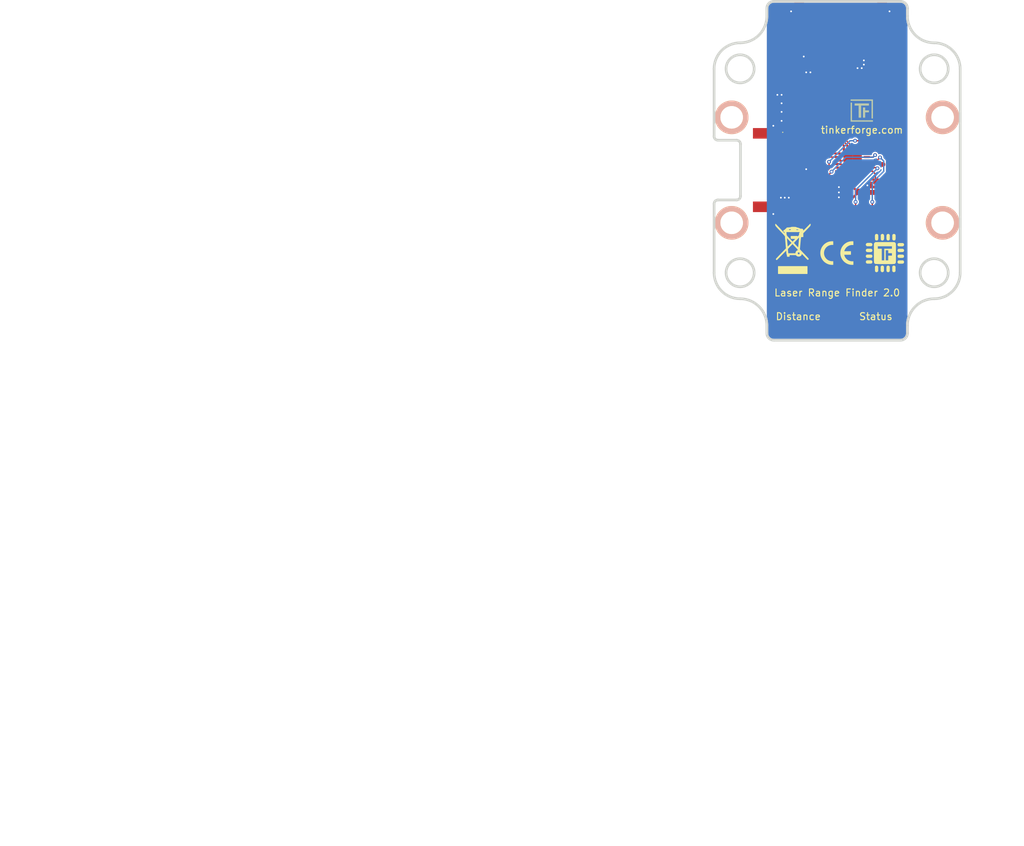
<source format=kicad_pcb>
(kicad_pcb (version 20211014) (generator pcbnew)
  (title_block (title "Laser Range Finder Bricklet") (date "2023-01-27") (rev "2.0") (company "Tinkerforge GmbH") (comment 1 "Licensed under CERN OHL v.1.1") (comment 2 "Copyright (©) 2023, T.Schneidermann <tim@tinkerforge.com>"))
  (layers (0 "F.Cu" jumper "Vorderseite") (31 "B.Cu" signal "Rückseite") (34 "B.Paste" user) (35 "F.Paste" user) (36 "B.SilkS" user "B.Silkscreen") (37 "F.SilkS" user "F.Silkscreen") (38 "B.Mask" user) (39 "F.Mask" user) (44 "Edge.Cuts" user))
  (net 0 "")
  (net 1 "GND")
  (net 2 "+5V")
  (net 3 "SCL")
  (net 4 "SDA")
  (net 5 "Net-(P1-Pad6)")
  (net 6 "ENABLE")
  (net 7 "Net-(C1-Pad1)")
  (net 8 "3V3")
  (net 9 "Net-(C6-Pad1)")
  (net 10 "Net-(P1-Pad4)")
  (net 11 "Net-(P1-Pad5)")
  (net 12 "Net-(P2-Pad1)")
  (net 13 "Net-(P3-Pad2)")
  (net 14 "S-MISO")
  (net 15 "S-MOSI")
  (net 16 "S-CLK")
  (net 17 "S-CS")
  (net 18 "Net-(RP2-Pad5)")
  (net 19 "Net-(RP2-Pad8)")
  (net 20 "Net-(D1-Pad2)")
  (net 21 "Net-(D2-Pad2)")
  (footprint "C0402E" (layer "F.Cu") (at 126.7 86 180)
    (fp_text reference "C1")
    (fp_text value "220pF")
    (pad "1" smd rect locked (at -0.65 0 180) (size 0.7 0.9) (layers "F.Cu" "F.Paste" "F.Mask") (net 7 "Net-(C1-Pad1)"))
    (pad "2" smd rect locked (at 0.65 0 180) (size 0.7 0.9) (layers "F.Cu" "F.Paste" "F.Mask") (net 1 "GND"))
  )
  (footprint "C0603F" (layer "F.Cu") (at 133 104.5 180)
    (fp_text reference "C4")
    (fp_text value "100nF")
    (pad "1" smd rect locked (at -0.75 0 180) (size 0.9 0.9) (layers "F.Cu" "F.Paste" "F.Mask") (net 8 "3V3"))
    (pad "2" smd rect locked (at 0.75 0 180) (size 0.9 0.9) (layers "F.Cu" "F.Paste" "F.Mask") (net 1 "GND"))
  )
  (footprint "C0603E" (layer "F.Cu") (at 122.6 89.1 -90)
    (fp_text reference "C5")
    (fp_text value "1µF")
    (pad "1" smd rect locked (at -0.8501 0 270) (size 1.1 1) (layers "F.Cu" "F.Paste" "F.Mask") (net 2 "+5V"))
    (pad "2" smd rect locked (at 0.8501 0 270) (size 1.1 1) (layers "F.Cu" "F.Paste" "F.Mask") (net 1 "GND"))
  )
  (footprint "C0603E" (layer "F.Cu") (at 126.7 89.1 90)
    (fp_text reference "C6")
    (fp_text value "1µF")
    (pad "1" smd rect locked (at -0.8501 0 90) (size 1.1 1) (layers "F.Cu" "F.Paste" "F.Mask") (net 9 "Net-(C6-Pad1)"))
    (pad "2" smd rect locked (at 0.8501 0 90) (size 1.1 1) (layers "F.Cu" "F.Paste" "F.Mask") (net 1 "GND"))
  )
  (footprint "kicad-libraries:3528-21" (layer "F.Cu") (at 125.3 93.1 180)
    (fp_text reference "C7")
    (fp_text value "100µF")
    (pad "1" smd rect locked (at -1.40048 0 180) (size 1.59954 2.79908) (layers "F.Cu" "F.Paste" "F.Mask") (net 9 "Net-(C6-Pad1)") (clearance 0.14986))
    (pad "2" smd rect locked (at 1.40048 0 180) (size 1.59954 2.79908) (layers "F.Cu" "F.Paste" "F.Mask") (net 1 "GND") (clearance 0.14986))
  )
  (footprint "D0603F" (layer "F.Cu") (at 136.3 123.8 180)
    (fp_text reference "D1")
    (fp_text value "BLUE")
    (pad "1" smd rect locked (at -0.75 0 180) (size 0.9 0.9) (layers "F.Cu" "F.Paste" "F.Mask") (net 8 "3V3"))
    (pad "2" smd rect locked (at 0.75 0 180) (size 0.9 0.9) (layers "F.Cu" "F.Paste" "F.Mask") (net 20 "Net-(D1-Pad2)"))
  )
  (footprint "CON-SENSOR2" (layer "F.Cu") (at 131.3 77.6 180)
    (fp_text reference "P1")
    (fp_text value "CON-SENSOR2")
    (pad "1" smd rect locked (at -3.75 -4.6 180) (size 0.6 1.8) (layers "F.Cu" "F.Paste" "F.Mask") (net 2 "+5V"))
    (pad "2" smd rect locked (at -2.5 -4.6 180) (size 0.6 1.8) (layers "F.Cu" "F.Paste" "F.Mask") (net 1 "GND"))
    (pad "3" smd rect locked (at -1.25 -4.6 180) (size 0.6 1.8) (layers "F.Cu" "F.Paste" "F.Mask") (net 8 "3V3"))
    (pad "4" smd rect locked (at 0 -4.6 180) (size 0.6 1.8) (layers "F.Cu" "F.Paste" "F.Mask") (net 10 "Net-(P1-Pad4)"))
    (pad "5" smd rect locked (at 1.25 -4.6 180) (size 0.6 1.8) (layers "F.Cu" "F.Paste" "F.Mask") (net 11 "Net-(P1-Pad5)"))
    (pad "6" smd rect locked (at 2.5 -4.6 180) (size 0.6 1.8) (layers "F.Cu" "F.Paste" "F.Mask") (net 5 "Net-(P1-Pad6)"))
    (pad "7" smd rect locked (at 3.75 -4.6 180) (size 0.6 1.8) (layers "F.Cu" "F.Paste" "F.Mask") (net 7 "Net-(C1-Pad1)"))
    (pad "EP" smd rect locked (at -5.9 -1.2 180) (size 1.4 2.4) (layers "F.Cu" "F.Paste" "F.Mask") (net 1 "GND"))
    (pad "EP" smd rect locked (at 5.9 -1.2 180) (size 1.4 2.4) (layers "F.Cu" "F.Paste" "F.Mask") (net 1 "GND"))
  )
  (footprint "DEBUG_PAD" (layer "F.Cu") (at 137.3 100.6 -90)
    (fp_text reference "P2")
    (fp_text value "DEBUG")
    (pad "1" smd circle locked (at 0 0 270) (size 0.7 0.7) (layers "F.Cu" "F.Paste" "F.Mask") (net 12 "Net-(P2-Pad1)"))
  )
  (footprint "SolderJumper" (layer "F.Cu") (at 136.2 103.3 90)
    (fp_text reference "P3")
    (fp_text value "BOOT")
    (pad "1" smd rect locked (at -0.225 0.55 90) (size 0.95 0.3) (layers "F.Cu" "F.Mask") (net 1 "GND"))
    (pad "1" smd rect locked (at -0.225 -0.55 90) (size 0.95 0.3) (layers "F.Cu" "F.Mask") (net 1 "GND"))
    (pad "1" smd rect locked (at -0.5 0 90) (size 0.4 1.4) (layers "F.Cu" "F.Mask") (net 1 "GND"))
    (pad "2" smd rect locked (at 0.55 0 90) (size 0.3 1.4) (layers "F.Cu" "F.Mask") (net 13 "Net-(P3-Pad2)"))
    (pad "2" smd rect locked (at 0.15 0 90) (size 0.6 0.5) (layers "F.Cu" "F.Mask") (net 13 "Net-(P3-Pad2)"))
  )
  (footprint "JST_GHR_6" (layer "F.Cu") (at 121.1 101.4 -90)
    (fp_text reference "P4")
    (fp_text value "JST_GHR_6")
    (pad "1" smd rect locked (at -3.125 -2.35 270) (size 0.6 1.85) (layers "F.Cu" "F.Paste" "F.Mask") (net 9 "Net-(C6-Pad1)"))
    (pad "2" smd rect locked (at -1.875 -2.35 270) (size 0.6 1.85) (layers "F.Cu" "F.Paste" "F.Mask") (net 6 "ENABLE"))
    (pad "3" smd rect locked (at -0.625 -2.35 270) (size 0.6 1.85) (layers "F.Cu" "F.Paste" "F.Mask"))
    (pad "4" smd rect locked (at 0.625 -2.35 270) (size 0.6 1.85) (layers "F.Cu" "F.Paste" "F.Mask") (net 3 "SCL"))
    (pad "5" smd rect locked (at 1.875 -2.35 270) (size 0.6 1.85) (layers "F.Cu" "F.Paste" "F.Mask") (net 4 "SDA"))
    (pad "6" smd rect locked (at 3.125 -2.35 270) (size 0.6 1.85) (layers "F.Cu" "F.Paste" "F.Mask") (net 1 "GND"))
    (pad "EP" smd rect locked (at 5.225 0.925 270) (size 1.5 2.7) (layers "F.Cu" "F.Paste" "F.Mask") (net 1 "GND"))
    (pad "EP" smd rect locked (at -5.225 0.925 270) (size 1.5 2.7) (layers "F.Cu" "F.Paste" "F.Mask") (net 1 "GND"))
  )
  (footprint "4X0603" (layer "F.Cu") (at 134.6 108.2 180)
    (fp_text reference "RP2")
    (fp_text value "1k")
    (pad "1" smd rect locked (at -1.19888 -0.8509 180) (size 0.44958 0.89916) (layers "F.Cu" "F.Paste" "F.Mask") (net 20 "Net-(D1-Pad2)"))
    (pad "2" smd rect locked (at -0.39878 -0.8509 180) (size 0.44958 0.89916) (layers "F.Cu" "F.Paste" "F.Mask"))
    (pad "3" smd rect locked (at 0.39878 -0.8509 180) (size 0.44958 0.89916) (layers "F.Cu" "F.Paste" "F.Mask"))
    (pad "4" smd rect locked (at 1.19888 -0.8509 180) (size 0.44958 0.89916) (layers "F.Cu" "F.Paste" "F.Mask") (net 21 "Net-(D2-Pad2)"))
    (pad "5" smd rect locked (at 1.19888 0.8509 180) (size 0.44958 0.89916) (layers "F.Cu" "F.Paste" "F.Mask") (net 18 "Net-(RP2-Pad5)"))
    (pad "6" smd rect locked (at 0.39878 0.8509 180) (size 0.44958 0.89916) (layers "F.Cu" "F.Paste" "F.Mask"))
    (pad "7" smd rect locked (at -0.39878 0.8509 180) (size 0.44958 0.89916) (layers "F.Cu" "F.Paste" "F.Mask"))
    (pad "8" smd rect locked (at -1.19888 0.8509 180) (size 0.44958 0.89916) (layers "F.Cu" "F.Paste" "F.Mask") (net 19 "Net-(RP2-Pad8)"))
  )
  (footprint "QFN24-4x4mm-0.5mm" (layer "F.Cu") (at 133 100.3)
    (fp_text reference "U1")
    (fp_text value "XMC1100")
    (pad "1" smd oval locked (at -2.025 -1.25) (size 1 0.3) (layers "F.Cu" "F.Paste" "F.Mask") (net 14 "S-MISO"))
    (pad "2" smd oval locked (at -2.025 -0.75) (size 1 0.3) (layers "F.Cu" "F.Paste" "F.Mask") (net 6 "ENABLE"))
    (pad "3" smd oval locked (at -2.025 -0.25) (size 1 0.3) (layers "F.Cu" "F.Paste" "F.Mask"))
    (pad "4" smd oval locked (at -2.025 0.25) (size 1 0.3) (layers "F.Cu" "F.Paste" "F.Mask"))
    (pad "5" smd oval locked (at -2.025 0.75) (size 1 0.3) (layers "F.Cu" "F.Paste" "F.Mask"))
    (pad "6" smd oval locked (at -2.025 1.25) (size 1 0.3) (layers "F.Cu" "F.Paste" "F.Mask"))
    (pad "7" smd oval locked (at -1.25 2.025 90) (size 1 0.3) (layers "F.Cu" "F.Paste" "F.Mask"))
    (pad "8" smd oval locked (at -0.75 2.025 90) (size 1 0.3) (layers "F.Cu" "F.Paste" "F.Mask"))
    (pad "9" smd oval locked (at -0.25 2.025 90) (size 1 0.3) (layers "F.Cu" "F.Paste" "F.Mask") (net 1 "GND"))
    (pad "10" smd oval locked (at 0.25 2.025 90) (size 1 0.3) (layers "F.Cu" "F.Paste" "F.Mask") (net 8 "3V3"))
    (pad "11" smd oval locked (at 0.75 2.025 90) (size 1 0.3) (layers "F.Cu" "F.Paste" "F.Mask"))
    (pad "12" smd oval locked (at 1.25 2.025 90) (size 1 0.3) (layers "F.Cu" "F.Paste" "F.Mask"))
    (pad "13" smd oval locked (at 2.025 1.25) (size 1 0.3) (layers "F.Cu" "F.Paste" "F.Mask") (net 13 "Net-(P3-Pad2)"))
    (pad "14" smd oval locked (at 2.025 0.75) (size 1 0.3) (layers "F.Cu" "F.Paste" "F.Mask") (net 18 "Net-(RP2-Pad5)"))
    (pad "15" smd oval locked (at 2.025 0.25) (size 1 0.3) (layers "F.Cu" "F.Paste" "F.Mask") (net 12 "Net-(P2-Pad1)"))
    (pad "16" smd oval locked (at 2.025 -0.25) (size 1 0.3) (layers "F.Cu" "F.Paste" "F.Mask") (net 19 "Net-(RP2-Pad8)"))
    (pad "17" smd oval locked (at 2.025 -0.75) (size 1 0.3) (layers "F.Cu" "F.Paste" "F.Mask") (net 4 "SDA"))
    (pad "18" smd oval locked (at 2.025 -1.25) (size 1 0.3) (layers "F.Cu" "F.Paste" "F.Mask"))
    (pad "19" smd oval locked (at 1.25 -2.025 90) (size 1 0.3) (layers "F.Cu" "F.Paste" "F.Mask") (net 3 "SCL"))
    (pad "20" smd oval locked (at 0.75 -2.025 90) (size 1 0.3) (layers "F.Cu" "F.Paste" "F.Mask"))
    (pad "21" smd oval locked (at 0.25 -2.025 90) (size 1 0.3) (layers "F.Cu" "F.Paste" "F.Mask"))
    (pad "22" smd oval locked (at -0.25 -2.025 90) (size 1 0.3) (layers "F.Cu" "F.Paste" "F.Mask") (net 17 "S-CS"))
    (pad "23" smd oval locked (at -0.75 -2.025 90) (size 1 0.3) (layers "F.Cu" "F.Paste" "F.Mask") (net 16 "S-CLK"))
    (pad "24" smd oval locked (at -1.25 -2.025 90) (size 1 0.3) (layers "F.Cu" "F.Paste" "F.Mask") (net 15 "S-MOSI"))
    (pad "EXP" smd rect locked (at -0.65 0.65) (size 1.3 1.3) (layers "F.Cu" "F.Paste" "F.Mask") (net 1 "GND"))
    (pad "EXP" smd rect locked (at 0.65 -0.65) (size 1.3 1.3) (layers "F.Cu" "F.Paste" "F.Mask") (net 1 "GND"))
    (pad "EXP" smd rect locked (at 0.65 0.65) (size 1.3 1.3) (layers "F.Cu" "F.Paste" "F.Mask") (net 1 "GND"))
    (pad "EXP" smd rect locked (at -0.65 -0.65) (size 1.3 1.3) (layers "F.Cu" "F.Paste" "F.Mask") (net 1 "GND"))
  )
  (footprint "D0603F" (layer "F.Cu") (at 125.3 123.8 180)
    (fp_text reference "D2")
    (fp_text value "GREEN")
    (pad "1" smd rect locked (at -0.75 0 180) (size 0.9 0.9) (layers "F.Cu" "F.Paste" "F.Mask") (net 8 "3V3"))
    (pad "2" smd rect locked (at 0.75 0 180) (size 0.9 0.9) (layers "F.Cu" "F.Paste" "F.Mask") (net 21 "Net-(D2-Pad2)"))
  )
  (footprint "4X0603" (layer "F.Cu") (at 128.1 105.2 90)
    (fp_text reference "RP3")
    (fp_text value "1k")
    (pad "1" smd rect locked (at -1.19888 -0.8509 90) (size 0.44958 0.89916) (layers "F.Cu" "F.Paste" "F.Mask") (net 4 "SDA"))
    (pad "2" smd rect locked (at -0.39878 -0.8509 90) (size 0.44958 0.89916) (layers "F.Cu" "F.Paste" "F.Mask"))
    (pad "3" smd rect locked (at 0.39878 -0.8509 90) (size 0.44958 0.89916) (layers "F.Cu" "F.Paste" "F.Mask"))
    (pad "4" smd rect locked (at 1.19888 -0.8509 90) (size 0.44958 0.89916) (layers "F.Cu" "F.Paste" "F.Mask") (net 3 "SCL"))
    (pad "5" smd rect locked (at 1.19888 0.8509 90) (size 0.44958 0.89916) (layers "F.Cu" "F.Paste" "F.Mask") (net 8 "3V3"))
    (pad "6" smd rect locked (at 0.39878 0.8509 90) (size 0.44958 0.89916) (layers "F.Cu" "F.Paste" "F.Mask"))
    (pad "7" smd rect locked (at -0.39878 0.8509 90) (size 0.44958 0.89916) (layers "F.Cu" "F.Paste" "F.Mask"))
    (pad "8" smd rect locked (at -1.19888 0.8509 90) (size 0.44958 0.89916) (layers "F.Cu" "F.Paste" "F.Mask") (net 8 "3V3"))
  )
  (footprint "R0603E" (layer "F.Cu") (at 127.7 100.4 -90)
    (fp_text reference "R1")
    (fp_text value "1k")
    (pad "1" smd rect locked (at -0.8501 0 270) (size 1.1 1) (layers "F.Cu" "F.Paste" "F.Mask") (net 6 "ENABLE"))
    (pad "2" smd rect locked (at 0.8501 0 270) (size 1.1 1) (layers "F.Cu" "F.Paste" "F.Mask") (net 1 "GND"))
  )
  (footprint "kicad-libraries:DRILL_NP" (layer "F.Cu") (at 115.8 93.9 -90)
    (fp_text reference "U2" hide)
    (fp_text value "DRILL" hide)
    (pad "" np_thru_hole circle (at 0 0 270) (size 3.2 3.2) (drill 3.2) (layers F&B.Cu *.Mask) (clearance 0.89))
  )
  (footprint "kicad-libraries:DRILL_NP" (layer "F.Cu") (at 115.8 108.9 -90)
    (fp_text reference "U3" hide)
    (fp_text value "DRILL" hide)
    (pad "" np_thru_hole circle (at 0 0 270) (size 3.2 3.2) (drill 3.2) (layers F&B.Cu *.Mask) (clearance 0.89))
  )
  (footprint "kicad-libraries:DRILL_NP" (layer "F.Cu") (at 145.8 93.9 -90)
    (fp_text reference "U4" hide)
    (fp_text value "DRILL" hide)
    (pad "" np_thru_hole circle (at 0 0 270) (size 3.2 3.2) (drill 3.2) (layers F&B.Cu *.Mask) (clearance 0.89))
  )
  (footprint "kicad-libraries:DRILL_NP" (layer "F.Cu") (at 145.8 108.9 -90)
    (fp_text reference "U5" hide)
    (fp_text value "DRILL" hide)
    (pad "" np_thru_hole circle (at 0 0 270) (size 3.2 3.2) (drill 3.2) (layers F&B.Cu *.Mask) (clearance 0.89))
  )
  (footprint "kicad-libraries:WEEE_7mm" (layer "F.Cu") (at 124.5 112.6)
    (fp_text reference "VAL" hide)
    (fp_text value "WEEE_7mm" hide)
  )
  (footprint "kicad-libraries:Logo_CoMCU" (layer "F.Cu") (at 137.6 113.2)
    (fp_text reference "G***" hide)
    (fp_text value "LOGO" hide)
  )
  (footprint "kicad-libraries:Logo_31x31" (layer "F.Cu") (at 132.725 91.35)
    (fp_text reference "G***" hide)
    (fp_text value "Logo_31x31" hide)
  )
  (footprint "kicad-libraries:CE_5mm" (layer "F.Cu") (at 130.8 113.2)
    (fp_text reference "VAL" hide)
    (fp_text value "CE_5mm" hide)
  )
  (footprint "C0805E" (layer "F.Cu") (at 133.2 84.5)
    (fp_text reference "C2")
    (fp_text value "10uF")
    (pad "1" smd rect locked (at -0.95 0) (size 1.3 1.5) (layers "F.Cu" "F.Paste" "F.Mask") (net 8 "3V3") (clearance 0.14986))
    (pad "2" smd rect locked (at 0.95 0) (size 1.3 1.5) (layers "F.Cu" "F.Paste" "F.Mask") (net 1 "GND") (clearance 0.14986))
  )
  (footprint "C0603F" (layer "F.Cu") (at 133.1 86.1)
    (fp_text reference "C3")
    (fp_text value "1uF")
    (pad "1" smd rect locked (at -0.75 0) (size 0.9 0.9) (layers "F.Cu" "F.Paste" "F.Mask") (net 8 "3V3"))
    (pad "2" smd rect locked (at 0.75 0) (size 0.9 0.9) (layers "F.Cu" "F.Paste" "F.Mask") (net 1 "GND"))
  )
  (footprint "R0603E" (layer "F.Cu") (at 124.5 89.1 -90)
    (fp_text reference "L1")
    (fp_text value "FB-2")
    (pad "1" smd rect locked (at -0.8501 0 270) (size 1.1 1) (layers "F.Cu" "F.Paste" "F.Mask") (net 2 "+5V"))
    (pad "2" smd rect locked (at 0.8501 0 270) (size 1.1 1) (layers "F.Cu" "F.Paste" "F.Mask") (net 9 "Net-(C6-Pad1)"))
  )
  (footprint "4X0402" (layer "F.Cu") (at 129.5 86.4 180)
    (fp_text reference "RP1")
    (fp_text value "82")
    (pad "1" smd rect locked (at -0.7493 0.575) (size 0.29972 0.65) (layers "F.Cu" "F.Paste" "F.Mask") (net 10 "Net-(P1-Pad4)"))
    (pad "2" smd rect locked (at -0.24892 0.575) (size 0.29972 0.65) (layers "F.Cu" "F.Paste" "F.Mask") (net 11 "Net-(P1-Pad5)"))
    (pad "3" smd rect locked (at 0.24892 0.575) (size 0.29972 0.65) (layers "F.Cu" "F.Paste" "F.Mask") (net 5 "Net-(P1-Pad6)"))
    (pad "4" smd rect locked (at 0.7493 0.575) (size 0.29972 0.65) (layers "F.Cu" "F.Paste" "F.Mask") (net 7 "Net-(C1-Pad1)"))
    (pad "5" smd rect locked (at 0.7493 -0.575 180) (size 0.29972 0.65) (layers "F.Cu" "F.Paste" "F.Mask") (net 14 "S-MISO"))
    (pad "6" smd rect locked (at 0.24892 -0.575 180) (size 0.29972 0.65) (layers "F.Cu" "F.Paste" "F.Mask") (net 15 "S-MOSI"))
    (pad "7" smd rect locked (at -0.24892 -0.575 180) (size 0.29972 0.65) (layers "F.Cu" "F.Paste" "F.Mask") (net 16 "S-CLK"))
    (pad "8" smd rect locked (at -0.7493 -0.575 180) (size 0.29972 0.65) (layers "F.Cu" "F.Paste" "F.Mask") (net 17 "S-CS"))
  )
  (footprint "kicad-libraries:Fiducial_Mark" (layer "F.Cu") (at 138.8 85.4 -90)
    (fp_text reference "Fiducial_Mark" hide)
    (fp_text value "VAL**" hide)
    (pad "1" smd circle locked (at 0 0 270) (size 1.00076 1.00076) (layers "F.Cu" "F.Paste" "F.Mask") (clearance 0.65024))
  )
  (footprint "kicad-libraries:Fiducial_Mark" (layer "F.Cu") (at 130.8 121.6 -90)
    (fp_text reference "Fiducial_Mark" hide)
    (fp_text value "VAL**" hide)
    (pad "1" smd circle locked (at 0 0 270) (size 1.00076 1.00076) (layers "F.Cu" "F.Paste" "F.Mask") (clearance 0.65024))
  )
  (footprint "kicad-libraries:Fiducial_Mark" (layer "F.Cu") (at 122.8 81.4 -90)
    (fp_text reference "Fiducial_Mark" hide)
    (fp_text value "VAL**" hide)
    (pad "1" smd circle locked (at 0 0 270) (size 1.00076 1.00076) (layers "F.Cu" "F.Paste" "F.Mask") (clearance 0.65024))
  )
  (footprint "kicad-libraries:Lidar_Light" (layer "B.Cu") (at 130.8 101.4 90)
    (fp_text reference "REF**")
    (fp_text value "Lidar_Light")
  )
  (gr_arc (start 148.3 116) (mid 147.216295 118.616295) (end 144.6 119.7) (layer "Edge.Cuts") (width 0.381))
  (gr_line (start 120.8 124.6) (end 120.8 123.5) (layer "Edge.Cuts") (width 0.381))
  (gr_circle (center 117 87) (end 117 85) (layer "Edge.Cuts") (width 0.381) (fill none))
  (gr_line (start 139.8 125.6) (end 121.8 125.6) (layer "Edge.Cuts") (width 0.381))
  (gr_arc (start 117.05 105.1) (mid 116.888909 105.488909) (end 116.5 105.65) (layer "Edge.Cuts") (width 0.381))
  (gr_line (start 148.3 87) (end 148.3 116) (layer "Edge.Cuts") (width 0.381))
  (gr_arc (start 117 119.7) (mid 119.687006 120.812994) (end 120.8 123.5) (layer "Edge.Cuts") (width 0.381))
  (gr_arc (start 140.8 123.5) (mid 141.912994 120.812994) (end 144.6 119.7) (layer "Edge.Cuts") (width 0.381))
  (gr_arc (start 144.6 83.3) (mid 147.216295 84.383705) (end 148.3 87) (layer "Edge.Cuts") (width 0.381))
  (gr_circle (center 144.6 116) (end 144.6 118) (layer "Edge.Cuts") (width 0.381) (fill none))
  (gr_arc (start 140.8 124.6) (mid 140.507107 125.307107) (end 139.8 125.6) (layer "Edge.Cuts") (width 0.381))
  (gr_arc (start 113.85 97.15) (mid 113.461091 96.988909) (end 113.3 96.6) (layer "Edge.Cuts") (width 0.381))
  (gr_arc (start 113.3 87) (mid 114.383705 84.383705) (end 117 83.3) (layer "Edge.Cuts") (width 0.381))
  (gr_arc (start 120.8 79.5) (mid 119.687006 82.187006) (end 117 83.3) (layer "Edge.Cuts") (width 0.381))
  (gr_line (start 121.8 77.4) (end 139.8 77.4) (layer "Edge.Cuts") (width 0.381))
  (gr_line (start 140.8 79.5) (end 140.8 78.4) (layer "Edge.Cuts") (width 0.381))
  (gr_circle (center 117 116) (end 117 118) (layer "Edge.Cuts") (width 0.381) (fill none))
  (gr_arc (start 121.8 125.6) (mid 121.092893 125.307107) (end 120.8 124.6) (layer "Edge.Cuts") (width 0.381))
  (gr_line (start 113.3 106.2) (end 113.3 116) (layer "Edge.Cuts") (width 0.381))
  (gr_arc (start 144.6 83.3) (mid 141.912994 82.187006) (end 140.8 79.5) (layer "Edge.Cuts") (width 0.381))
  (gr_arc (start 116.5 97.15) (mid 116.888909 97.311091) (end 117.05 97.7) (layer "Edge.Cuts") (width 0.381))
  (gr_line (start 116.5 97.15) (end 113.85 97.15) (layer "Edge.Cuts") (width 0.381))
  (gr_line (start 120.8 79.5) (end 120.8 78.4) (layer "Edge.Cuts") (width 0.381))
  (gr_line (start 117.05 97.7) (end 117.05 105.1) (layer "Edge.Cuts") (width 0.381))
  (gr_line (start 113.3 87) (end 113.3 96.6) (layer "Edge.Cuts") (width 0.381))
  (gr_arc (start 139.8 77.4) (mid 140.507107 77.692893) (end 140.8 78.4) (layer "Edge.Cuts") (width 0.381))
  (gr_circle (center 144.6 87) (end 144.6 89) (layer "Edge.Cuts") (width 0.381) (fill none))
  (gr_arc (start 120.8 78.4) (mid 121.092893 77.692893) (end 121.8 77.4) (layer "Edge.Cuts") (width 0.381))
  (gr_line (start 140.8 124.6) (end 140.8 123.5) (layer "Edge.Cuts") (width 0.381))
  (gr_arc (start 113.3 106.2) (mid 113.461091 105.811091) (end 113.85 105.65) (layer "Edge.Cuts") (width 0.381))
  (gr_line (start 113.85 105.65) (end 116.5 105.65) (layer "Edge.Cuts") (width 0.381))
  (gr_arc (start 117 119.7) (mid 114.383705 118.616295) (end 113.3 116) (layer "Edge.Cuts") (width 0.381))
  (gr_text "Status" (at 136.3 122.225) (layer "F.SilkS") (effects (font (size 1 1))))
  (gr_text "Distance" (at 125.275 122.225) (layer "F.SilkS") (effects (font (size 1 1))))
  (gr_text "tinkerforge.com" (at 134.325 95.7) (layer "F.SilkS") (effects (font (size 1 1))))
  (gr_text "Laser Range Finder 2.0" (at 130.8 118.85) (layer "F.SilkS") (effects (font (size 1 1))))
  (segment (start 126.4001 101.2751) (end 126.4 101.275) (width 0.7) (layer "F.Cu") (net 1))
  (segment (start 132.75 101.375) (end 132.35 100.975) (width 0.2) (layer "F.Cu") (net 1))
  (segment (start 131.8 104.575) (end 131.05 103.825) (width 0.7) (layer "F.Cu") (net 1))
  (segment (start 131.15 105.275) (end 131.85 104.575) (width 0.7) (layer "F.Cu") (net 1))
  (segment (start 131.85 104.575) (end 131.8 104.575) (width 0.7) (layer "F.Cu") (net 1))
  (segment (start 123.35 104.75) (end 123.925 105.325) (width 0.5) (layer "F.Cu") (net 1))
  (segment (start 123.35 104.775) (end 123.35 104.5) (width 0.5) (layer "F.Cu") (net 1))
  (segment (start 133.65 100.975) (end 132.35 100.975) (width 0.2) (layer "F.Cu") (net 1))
  (segment (start 132.35 100.975) (end 132.35 99.675) (width 0.2) (layer "F.Cu") (net 1))
  (segment (start 132.35 99.675) (end 133.65 99.675) (width 0.2) (layer "F.Cu") (net 1))
  (segment (start 136.8 103.825) (end 136.775 103.85) (width 0.2) (layer "F.Cu") (net 1))
  (segment (start 132.75 104.125) (end 132.3 104.575) (width 0.3) (layer "F.Cu") (net 1))
  (segment (start 132.75 101.375) (end 132.35 100.975) (width 0.3) (layer "F.Cu") (net 1))
  (segment (start 134.305 86.095) (end 134.6 85.8) (width 0.5) (layer "F.Cu") (net 1))
  (segment (start 134.295 86.095) (end 134.6 86.4) (width 0.5) (layer "F.Cu") (net 1))
  (segment (start 133.85 86.45) (end 134.3 86.9) (width 0.5) (layer "F.Cu") (net 1))
  (segment (start 133.85 86.75) (end 133.7 86.9) (width 0.5) (layer "F.Cu") (net 1))
  (segment (start 124.25 78.825) (end 125.32 78.825) (width 0.7) (layer "F.Cu") (net 1))
  (segment (start 126.05 85.25) (end 126.05 86) (width 0.7) (layer "F.Cu") (net 1))
  (segment (start 123.35 104.5) (end 123.2 104.5) (width 0.5) (layer "F.Cu") (net 1))
  (segment (start 125.32 78.825) (end 125.35 78.795) (width 0.7) (layer "F.Cu") (net 1))
  (segment (start 131.05 105.275) (end 131.15 105.275) (width 0.7) (layer "F.Cu") (net 1))
  (segment (start 133.85 86.095) (end 134.305 86.095) (width 0.5) (layer "F.Cu") (net 1))
  (segment (start 122.9 94.4) (end 122.9 91.9) (width 0.7) (layer "F.Cu") (net 1))
  (segment (start 120.075 96.15) (end 120.675 96.15) (width 0.7) (layer "F.Cu") (net 1))
  (segment (start 135.15 103.525) (end 135.1 103.575) (width 0.29972) (layer "F.Cu") (net 1))
  (segment (start 133.85 85.725) (end 133.85 86.095) (width 0.2) (layer "F.Cu") (net 1))
  (segment (start 137.26 78.825) (end 138.25 78.825) (width 0.5) (layer "F.Cu") (net 1))
  (segment (start 120.075 106.6) (end 120.675 106.6) (width 0.7) (layer "F.Cu") (net 1))
  (segment (start 125.24 78.825) (end 124.25 78.825) (width 0.5) (layer "F.Cu") (net 1))
  (segment (start 138.25 78.825) (end 137.18 78.825) (width 0.7) (layer "F.Cu") (net 1))
  (segment (start 132.75 102.35) (end 132.75 104.125) (width 0.3) (layer "F.Cu") (net 1))
  (segment (start 123.84952 92.84952) (end 123.84952 93.125) (width 0.29972) (layer "F.Cu") (net 1))
  (segment (start 120.675 106.6) (end 121.725 107.65) (width 0.7) (layer "F.Cu") (net 1))
  (segment (start 126.4 87.5) (end 127 87.5) (width 0.7) (layer "F.Cu") (net 1))
  (segment (start 123.35 104.5) (end 123.35 104.75) (width 0.5) (layer "F.Cu") (net 1))
  (segment (start 123.925 105.325) (end 123.925 105) (width 0.7) (layer "F.Cu") (net 1))
  (segment (start 133.85 86.095) (end 133.85 86.75) (width 0.5) (layer "F.Cu") (net 1))
  (segment (start 133.85 86.095) (end 133.85 86.45) (width 0.5) (layer "F.Cu") (net 1))
  (segment (start 123.35 104.775) (end 122.8 105.325) (width 0.5) (layer "F.Cu") (net 1))
  (segment (start 122.9 94.4) (end 123.84952 93.45048) (width 0.29972) (layer "F.Cu") (net 1))
  (segment (start 120.675 96.15) (end 121.725 95.1) (width 0.7) (layer "F.Cu") (net 1))
  (segment (start 132.3 104.575) (end 131.85 104.575) (width 0.7) (layer "F.Cu") (net 1))
  (segment (start 122.9 91.9) (end 123.84952 92.84952) (width 0.29972) (layer "F.Cu") (net 1))
  (segment (start 125.32 78.745) (end 125.24 78.825) (width 0.5) (layer "F.Cu") (net 1))
  (segment (start 127.8 101.2751) (end 126.4001 101.2751) (width 0.7) (layer "F.Cu") (net 1))
  (segment (start 133.8 81.825) (end 133.8 85.675) (width 0.7) (layer "F.Cu") (net 1))
  (segment (start 122.3 90.7) (end 122.9 90.7) (width 0.7) (layer "F.Cu") (net 1))
  (segment (start 133.65 99.675) (end 133.65 100.975) (width 0.2) (layer "F.Cu") (net 1))
  (segment (start 120.075 96.15) (end 120.875 96.15) (width 0.3) (layer "F.Cu") (net 1))
  (segment (start 126.4 87.5) (end 126.7 87.8) (width 0.29972) (layer "F.Cu") (net 1))
  (segment (start 132.3 104.575) (end 131.8 104.575) (width 0.7) (layer "F.Cu") (net 1))
  (segment (start 132.75 102.35) (end 132.75 101.375) (width 0.3) (layer "F.Cu") (net 1))
  (segment (start 122.8 104.9) (end 122.8 105.175) (width 0.7) (layer "F.Cu") (net 1))
  (segment (start 123.925 105.325) (end 122.8 105.325) (width 0.7) (layer "F.Cu") (net 1))
  (segment (start 127 87.5) (end 126.7 87.8) (width 0.29972) (layer "F.Cu") (net 1))
  (segment (start 135.65 103.525) (end 135.15 103.525) (width 0.29972) (layer "F.Cu") (net 1))
  (segment (start 123.35 104.5) (end 123.35 105.325) (width 0.5) (layer "F.Cu") (net 1))
  (segment (start 123.84952 93.125) (end 122.8 93.125) (width 0.29972) (layer "F.Cu") (net 1))
  (segment (start 132.3 104.575) (end 131.05 104.575) (width 0.7) (layer "F.Cu") (net 1))
  (segment (start 123.84952 93.45048) (end 123.84952 93.125) (width 0.29972) (layer "F.Cu") (net 1))
  (segment (start 133.85 86.095) (end 134.295 86.095) (width 0.5) (layer "F.Cu") (net 1))
  (via (at 121.725 95.1) (size 0.55) (drill 0.25) (layers "F.Cu" "B.Cu") (net 1))
  (via (at 134.6 85.8) (size 0.55) (drill 0.25) (layers "F.Cu" "B.Cu") (net 1))
  (via (at 126.4 87.5) (size 0.55) (drill 0.25) (layers "F.Cu" "B.Cu") (net 1))
  (via (at 126.05 85.25) (size 0.55) (drill 0.25) (layers "F.Cu" "B.Cu") (net 1))
  (via (at 134.6 86.4) (size 0.55) (drill 0.25) (layers "F.Cu" "B.Cu") (net 1))
  (via (at 122.9 93.125) (size 0.55) (drill 0.25) (layers "F.Cu" "B.Cu") (net 1))
  (via (at 122.3 90.7) (size 0.55) (drill 0.25) (layers "F.Cu" "B.Cu") (net 1))
  (via (at 122.8 105.325) (size 0.55) (drill 0.25) (layers "F.Cu" "B.Cu") (net 1))
  (via (at 123.35 105.325) (size 0.55) (drill 0.25) (layers "F.Cu" "B.Cu") (net 1))
  (via (at 122.9 91.9) (size 0.55) (drill 0.25) (layers "F.Cu" "B.Cu") (net 1))
  (via (at 131.05 105.275) (size 0.55) (drill 0.25) (layers "F.Cu" "B.Cu") (net 1))
  (via (at 123.925 105.325) (size 0.55) (drill 0.25) (layers "F.Cu" "B.Cu") (net 1))
  (via (at 121.725 107.65) (size 0.55) (drill 0.25) (layers "F.Cu" "B.Cu") (net 1))
  (via (at 135.1 103.575) (size 0.55) (drill 0.25) (layers "F.Cu" "B.Cu") (net 1))
  (via (at 133.7 86.9) (size 0.55) (drill 0.25) (layers "F.Cu" "B.Cu") (net 1))
  (via (at 131.05 104.575) (size 0.55) (drill 0.25) (layers "F.Cu" "B.Cu") (net 1))
  (via (at 134.3 86.9) (size 0.55) (drill 0.25) (layers "F.Cu" "B.Cu") (net 1))
  (via (at 122.9 90.7) (size 0.55) (drill 0.25) (layers "F.Cu" "B.Cu") (net 1))
  (via (at 122.9 94.4) (size 0.55) (drill 0.25) (layers "F.Cu" "B.Cu") (net 1))
  (via (at 138.25 78.825) (size 0.55) (drill 0.25) (layers "F.Cu" "B.Cu") (net 1))
  (via (at 131.05 103.825) (size 0.55) (drill 0.25) (layers "F.Cu" "B.Cu") (net 1))
  (via (at 126.4 101.275) (size 0.55) (drill 0.25) (layers "F.Cu" "B.Cu") (net 1))
  (via (at 127 87.5) (size 0.55) (drill 0.25) (layers "F.Cu" "B.Cu") (net 1))
  (via (at 124.25 78.825) (size 0.55) (drill 0.25) (layers "F.Cu" "B.Cu") (net 1))
  (segment (start 122.4999 88.1748) (end 122.575 88.2499) (width 0.7) (layer "F.Cu") (net 2))
  (segment (start 122.625 88.2999) (end 122.575 88.2499) (width 0.7) (layer "F.Cu") (net 2))
  (segment (start 134.99 81.115) (end 134.99 81.545) (width 0.7) (layer "F.Cu") (net 2))
  (segment (start 134.23 80.355) (end 134.99 81.115) (width 0.7) (layer "F.Cu") (net 2))
  (segment (start 126.19 81.385) (end 126.209998 81.385) (width 0.7) (layer "F.Cu") (net 2))
  (segment (start 122.4999 86.025) (end 122.4999 85.0751) (width 0.7) (layer "F.Cu") (net 2))
  (segment (start 122.4999 86.025) (end 122.4999 88.1748) (width 0.7) (layer "F.Cu") (net 2))
  (segment (start 134.99 81.545) (end 134.99 82.755) (width 0.7) (layer "F.Cu") (net 2))
  (segment (start 126.209998 81.385) (end 127.239998 80.355) (width 0.7) (layer "F.Cu") (net 2))
  (segment (start 127.239998 80.355) (end 134.23 80.355) (width 0.7) (layer "F.Cu") (net 2))
  (segment (start 122.4999 85.0751) (end 126.19 81.385) (width 0.7) (layer "F.Cu") (net 2))
  (segment (start 124.525 88.2999) (end 122.625 88.2999) (width 0.7) (layer "F.Cu") (net 2))
  (segment (start 127.2491 103.6259) (end 129.65 101.225) (width 0.2) (layer "F.Cu") (net 3))
  (segment (start 129.65 101.225) (end 129.65 100.225) (width 0.2) (layer "F.Cu") (net 3))
  (segment (start 133.35 97.225) (end 133.85 97.225) (width 0.2) (layer "F.Cu") (net 3))
  (segment (start 133.85 97.225) (end 134.25 97.625) (width 0.2) (layer "F.Cu") (net 3))
  (segment (start 134.25 97.625) (end 134.25 98.3) (width 0.2) (layer "F.Cu") (net 3))
  (segment (start 126.87612 104.02612) (end 124.85 102) (width 0.2) (layer "F.Cu") (net 3))
  (segment (start 124.85 102) (end 123.35 102) (width 0.2) (layer "F.Cu") (net 3))
  (segment (start 127.2491 104.02612) (end 127.2491 103.6259) (width 0.2) (layer "F.Cu") (net 3))
  (segment (start 127.2491 104.02612) (end 126.87612 104.02612) (width 0.2) (layer "F.Cu") (net 3))
  (via (at 133.35 97.225) (size 0.55) (drill 0.25) (layers "F.Cu" "B.Cu") (net 3))
  (via (at 129.65 100.225) (size 0.55) (drill 0.25) (layers "F.Cu" "B.Cu") (net 3))
  (segment (start 129.65 100.225) (end 132.65 97.225) (width 0.2) (layer "B.Cu") (net 3))
  (segment (start 132.65 97.225) (end 133.35 97.225) (width 0.2) (layer "B.Cu") (net 3))
  (segment (start 127.90112 106.42388) (end 128.1 106.225) (width 0.2) (layer "F.Cu") (net 4))
  (segment (start 128.1 106.225) (end 128.1 103.575) (width 0.2) (layer "F.Cu") (net 4))
  (segment (start 128.1 103.575) (end 130 101.675) (width 0.2) (layer "F.Cu") (net 4))
  (segment (start 130 101.675) (end 130 101.625) (width 0.2) (layer "F.Cu") (net 4))
  (segment (start 126.74888 106.42388) (end 125.2 104.875) (width 0.2) (layer "F.Cu") (net 4))
  (segment (start 125.2 104.875) (end 125.2 103.85) (width 0.2) (layer "F.Cu") (net 4))
  (segment (start 125.2 103.85) (end 124.475 103.125) (width 0.2) (layer "F.Cu") (net 4))
  (segment (start 124.475 103.125) (end 123.35 103.125) (width 0.2) (layer "F.Cu") (net 4))
  (segment (start 135.925 99.55) (end 136.2 99.275) (width 0.2) (layer "F.Cu") (net 4))
  (segment (start 135.05 99.55) (end 135.925 99.55) (width 0.2) (layer "F.Cu") (net 4))
  (segment (start 127.2491 106.42388) (end 127.90112 106.42388) (width 0.2) (layer "F.Cu") (net 4))
  (segment (start 127.2491 106.42388) (end 126.74888 106.42388) (width 0.2) (layer "F.Cu") (net 4))
  (via (at 136.2 99.275) (size 0.55) (drill 0.25) (layers "F.Cu" "B.Cu") (net 4))
  (via (at 130 101.625) (size 0.55) (drill 0.25) (layers "F.Cu" "B.Cu") (net 4))
  (segment (start 136.2 99.275) (end 135.9 99.575) (width 0.2) (layer "B.Cu") (net 4))
  (segment (start 130 101.625) (end 132.05 99.575) (width 0.2) (layer "B.Cu") (net 4))
  (segment (start 132.05 99.575) (end 135.9 99.575) (width 0.2) (layer "B.Cu") (net 4))
  (segment (start 128.75 82.195) (end 128.75 83.295) (width 0.2) (layer "F.Cu") (net 5))
  (segment (start 129.25108 83.79608) (end 129.25108 85.82) (width 0.2) (layer "F.Cu") (net 5))
  (segment (start 128.75 83.295) (end 129.25108 83.79608) (width 0.2) (layer "F.Cu") (net 5))
  (segment (start 127.5751 99.45) (end 127.9001 99.775) (width 0.29972) (layer "F.Cu") (net 6))
  (segment (start 127.8249 99.55) (end 127.8 99.5749) (width 0.2) (layer "F.Cu") (net 6))
  (segment (start 127.7 99.5249) (end 123.4999 99.5249) (width 0.2) (layer "F.Cu") (net 6))
  (segment (start 130.975 99.55) (end 127.8249 99.55) (width 0.2) (layer "F.Cu") (net 6))
  (segment (start 127.3 86.025) (end 127.46 85.865) (width 0.2) (layer "F.Cu") (net 7))
  (segment (start 127.5 82.485) (end 127.5 85.825) (width 0.29972) (layer "F.Cu") (net 7))
  (segment (start 127.53 82.455) (end 127.5 82.485) (width 0.29972) (layer "F.Cu") (net 7))
  (segment (start 128.6957 85.865) (end 128.7007 85.87) (width 0.2) (layer "F.Cu") (net 7))
  (segment (start 127.46 85.865) (end 128.6957 85.865) (width 0.2) (layer "F.Cu") (net 7))
  (segment (start 127.3 86.025) (end 127.35 86.025) (width 0.2) (layer "F.Cu") (net 7))
  (segment (start 137.3 104.575) (end 138.3 103.575) (width 0.7) (layer "F.Cu") (net 8))
  (segment (start 138.3 103.575) (end 138.3 102.425) (width 0.7) (layer "F.Cu") (net 8))
  (segment (start 131.95112 106.42388) (end 133.8 104.575) (width 0.29972) (layer "F.Cu") (net 8))
  (segment (start 129.60112 104.02612) (end 130.05 104.475) (width 0.29972) (layer "F.Cu") (net 8))
  (segment (start 130.05 104.475) (end 130.05 105.575) (width 0.29972) (layer "F.Cu") (net 8))
  (segment (start 130.05 105.575) (end 130.89888 106.42388) (width 0.29972) (layer "F.Cu") (net 8))
  (segment (start 130.89888 106.42388) (end 131.95112 106.42388) (width 0.29972) (layer "F.Cu") (net 8))
  (segment (start 137.05 124.1) (end 136.35 124.8) (width 0.2) (layer "F.Cu") (net 8))
  (segment (start 136.35 124.8) (end 127.075 124.8) (width 0.2) (layer "F.Cu") (net 8))
  (segment (start 127.075 124.8) (end 126.025 123.75) (width 0.2) (layer "F.Cu") (net 8))
  (segment (start 137.05 123.5) (end 138.5 122.05) (width 0.29972) (layer "F.Cu") (net 8))
  (segment (start 138.5 122.05) (end 138.5 102.425) (width 0.29972) (layer "F.Cu") (net 8))
  (segment (start 138.5 102.425) (end 138.3 102.425) (width 0.29972) (layer "F.Cu") (net 8))
  (segment (start 133.25 104.025) (end 133.8 104.575) (width 0.3) (layer "F.Cu") (net 8))
  (segment (start 132.55 92.825) (end 132.55 82.195) (width 0.7) (layer "F.Cu") (net 8))
  (segment (start 138.3 98.575) (end 132.55 92.825) (width 0.7) (layer "F.Cu") (net 8))
  (segment (start 128.9509 106.42388) (end 130.89888 106.42388) (width 0.29972) (layer "F.Cu") (net 8))
  (segment (start 128.9509 104.02612) (end 129.60112 104.02612) (width 0.29972) (layer "F.Cu") (net 8))
  (segment (start 133.8 104.575) (end 137.3 104.575) (width 0.7) (layer "F.Cu") (net 8))
  (segment (start 138.3 102.425) (end 138.3 98.575) (width 0.7) (layer "F.Cu") (net 8))
  (segment (start 137.05 123.75) (end 137.05 124.1) (width 0.2) (layer "F.Cu") (net 8))
  (segment (start 137.05 123.75) (end 137.05 123.5) (width 0.29972) (layer "F.Cu") (net 8))
  (segment (start 133.25 102.35) (end 133.25 104.025) (width 0.3) (layer "F.Cu") (net 8))
  (segment (start 126.65048 94.94952) (end 123.35 98.25) (width 0.7) (layer "F.Cu") (net 9))
  (segment (start 126.7 93.07548) (end 126.65048 93.125) (width 0.7) (layer "F.Cu") (net 9))
  (segment (start 124.525 89.9001) (end 126.65 89.9001) (width 0.7) (layer "F.Cu") (net 9))
  (segment (start 126.65048 93.125) (end 126.65048 94.94952) (width 0.7) (layer "F.Cu") (net 9))
  (segment (start 126.65 89.9001) (end 126.7 89.9501) (width 0.7) (layer "F.Cu") (net 9))
  (segment (start 126.7 89.9501) (end 126.7 93.07548) (width 0.7) (layer "F.Cu") (net 9))
  (segment (start 130.2493 84.5507) (end 130.2493 85.82) (width 0.2) (layer "F.Cu") (net 10))
  (segment (start 131.25 83.55) (end 130.2493 84.5507) (width 0.2) (layer "F.Cu") (net 10))
  (segment (start 131.25 82.195) (end 131.25 83.55) (width 0.2) (layer "F.Cu") (net 10))
  (segment (start 129.74892 83.801092) (end 129.74892 85.82) (width 0.2) (layer "F.Cu") (net 11))
  (segment (start 130 83.550012) (end 129.74892 83.801092) (width 0.2) (layer "F.Cu") (net 11))
  (segment (start 130 82.195) (end 130 83.550012) (width 0.2) (layer "F.Cu") (net 11))
  (segment (start 137.25 100.575) (end 135.025 100.575) (width 0.2) (layer "F.Cu") (net 12))
  (segment (start 136.25 101.975) (end 136.25 103.175) (width 0.2) (layer "F.Cu") (net 13))
  (segment (start 135.825 101.55) (end 136.25 101.975) (width 0.2) (layer "F.Cu") (net 13))
  (segment (start 135.025 101.55) (end 135.825 101.55) (width 0.2) (layer "F.Cu") (net 13))
  (segment (start 136.25 102.775) (end 136.225 102.775) (width 0.2) (layer "F.Cu") (net 13))
  (segment (start 129.755 99.05) (end 128.7507 98.0457) (width 0.2) (layer "F.Cu") (net 14))
  (segment (start 130.975 99.05) (end 129.755 99.05) (width 0.2) (layer "F.Cu") (net 14))
  (segment (start 128.7507 98.0457) (end 128.7507 86.975) (width 0.2) (layer "F.Cu") (net 14))
  (segment (start 129.25108 95.38608) (end 129.25108 86.975) (width 0.2) (layer "F.Cu") (net 15))
  (segment (start 131.75 97.885) (end 129.25108 95.38608) (width 0.2) (layer "F.Cu") (net 15))
  (segment (start 131.75 98.3) (end 131.75 97.885) (width 0.2) (layer "F.Cu") (net 15))
  (segment (start 132.25 97.859315) (end 129.74892 95.358235) (width 0.2) (layer "F.Cu") (net 16))
  (segment (start 129.74892 95.358235) (end 129.74892 86.975) (width 0.2) (layer "F.Cu") (net 16))
  (segment (start 132.25 98.3) (end 132.25 97.859315) (width 0.2) (layer "F.Cu") (net 16))
  (segment (start 130.2493 95.358615) (end 132.75 97.859315) (width 0.2) (layer "F.Cu") (net 17))
  (segment (start 130.2493 86.975) (end 130.2493 95.358615) (width 0.2) (layer "F.Cu") (net 17))
  (segment (start 132.75 97.859315) (end 132.75 98.3) (width 0.2) (layer "F.Cu") (net 17))
  (segment (start 133.425 107.30022) (end 133.425 105.925) (width 0.2) (layer "F.Cu") (net 18))
  (segment (start 133.40112 107.3241) (end 133.425 107.30022) (width 0.2) (layer "F.Cu") (net 18))
  (segment (start 136.525 101.15) (end 136.425 101.05) (width 0.2) (layer "F.Cu") (net 18))
  (segment (start 136.425 101.05) (end 135.025 101.05) (width 0.2) (layer "F.Cu") (net 18))
  (via (at 133.425 105.925) (size 0.55) (drill 0.25) (layers "F.Cu" "B.Cu") (net 18))
  (via (at 136.525 101.15) (size 0.55) (drill 0.25) (layers "F.Cu" "B.Cu") (net 18))
  (segment (start 133.425 105.925) (end 133.425 104.25) (width 0.2) (layer "B.Cu") (net 18))
  (segment (start 133.425 104.25) (end 136.525 101.15) (width 0.2) (layer "B.Cu") (net 18))
  (segment (start 135.8 107.32298) (end 135.8 105.925) (width 0.2) (layer "F.Cu") (net 19))
  (segment (start 136.9 99.6) (end 136.45 100.05) (width 0.2) (layer "F.Cu") (net 19))
  (segment (start 136.45 100.05) (end 135.05 100.05) (width 0.2) (layer "F.Cu") (net 19))
  (segment (start 135.05 100.05) (end 135.025 100.075) (width 0.2) (layer "F.Cu") (net 19))
  (via (at 135.8 105.925) (size 0.55) (drill 0.25) (layers "F.Cu" "B.Cu") (net 19))
  (via (at 136.9 99.6) (size 0.55) (drill 0.25) (layers "F.Cu" "B.Cu") (net 19))
  (segment (start 135.8 105.925) (end 135.8 103.2) (width 0.2) (layer "B.Cu") (net 19))
  (segment (start 135.8 103.2) (end 137.425 101.575) (width 0.2) (layer "B.Cu") (net 19))
  (segment (start 137.425 101.575) (end 137.425 100.125) (width 0.2) (layer "B.Cu") (net 19))
  (segment (start 137.425 100.125) (end 136.9 99.6) (width 0.2) (layer "B.Cu") (net 19))
  (segment (start 135.79888 123.50112) (end 135.55 123.75) (width 0.2) (layer "F.Cu") (net 20))
  (segment (start 135.79888 109.0259) (end 135.79888 123.50112) (width 0.2) (layer "F.Cu") (net 20))
  (segment (start 135.79888 109.0259) (end 135.8 109.02702) (width 0.2) (layer "F.Cu") (net 20))
  (segment (start 133.4 109.02702) (end 133.4 110.35) (width 0.2) (layer "F.Cu") (net 21))
  (segment (start 133.4 110.35) (end 133.4 114.85) (width 0.2) (layer "F.Cu") (net 21))
  (segment (start 133.4 114.85) (end 124.5 123.75) (width 0.2) (layer "F.Cu") (net 21))
  (zone (net 1) (net_name "GND") (layer "B.Cu") (connect_pads (clearance 0.2)) (min_thickness 0.15) (fill yes (thermal_gap 0.508) (thermal_bridge_width 0.508))
    (polygon (pts (xy 140.8 77.4) (xy 140.8 125.6) (xy 120.8 125.6) (xy 120.8 77.4)))
  )
)
</source>
